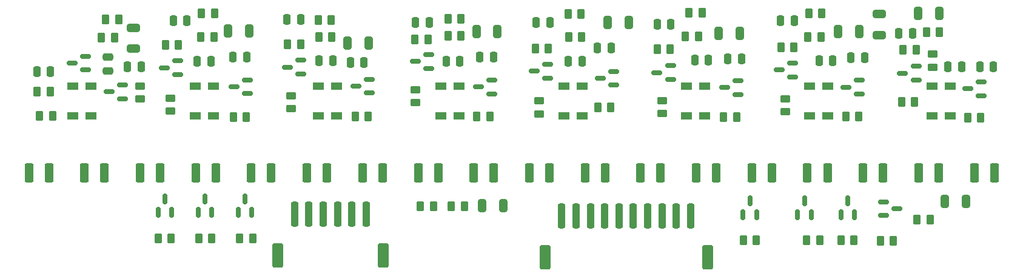
<source format=gbr>
%TF.GenerationSoftware,KiCad,Pcbnew,7.0.7-7.0.7~ubuntu22.04.1*%
%TF.CreationDate,2023-10-01T18:15:33+02:00*%
%TF.ProjectId,linesensor_v3,6c696e65-7365-46e7-936f-725f76332e6b,rev?*%
%TF.SameCoordinates,Original*%
%TF.FileFunction,Paste,Top*%
%TF.FilePolarity,Positive*%
%FSLAX46Y46*%
G04 Gerber Fmt 4.6, Leading zero omitted, Abs format (unit mm)*
G04 Created by KiCad (PCBNEW 7.0.7-7.0.7~ubuntu22.04.1) date 2023-10-01 18:15:33*
%MOMM*%
%LPD*%
G01*
G04 APERTURE LIST*
G04 Aperture macros list*
%AMRoundRect*
0 Rectangle with rounded corners*
0 $1 Rounding radius*
0 $2 $3 $4 $5 $6 $7 $8 $9 X,Y pos of 4 corners*
0 Add a 4 corners polygon primitive as box body*
4,1,4,$2,$3,$4,$5,$6,$7,$8,$9,$2,$3,0*
0 Add four circle primitives for the rounded corners*
1,1,$1+$1,$2,$3*
1,1,$1+$1,$4,$5*
1,1,$1+$1,$6,$7*
1,1,$1+$1,$8,$9*
0 Add four rect primitives between the rounded corners*
20,1,$1+$1,$2,$3,$4,$5,0*
20,1,$1+$1,$4,$5,$6,$7,0*
20,1,$1+$1,$6,$7,$8,$9,0*
20,1,$1+$1,$8,$9,$2,$3,0*%
G04 Aperture macros list end*
%ADD10RoundRect,0.250000X-0.250000X-1.500000X0.250000X-1.500000X0.250000X1.500000X-0.250000X1.500000X0*%
%ADD11RoundRect,0.250000X-0.500000X-1.450000X0.500000X-1.450000X0.500000X1.450000X-0.500000X1.450000X0*%
%ADD12RoundRect,0.250000X-0.262500X-0.450000X0.262500X-0.450000X0.262500X0.450000X-0.262500X0.450000X0*%
%ADD13RoundRect,0.250000X0.250000X0.475000X-0.250000X0.475000X-0.250000X-0.475000X0.250000X-0.475000X0*%
%ADD14RoundRect,0.250000X-0.450000X0.262500X-0.450000X-0.262500X0.450000X-0.262500X0.450000X0.262500X0*%
%ADD15RoundRect,0.250000X0.325000X0.650000X-0.325000X0.650000X-0.325000X-0.650000X0.325000X-0.650000X0*%
%ADD16RoundRect,0.250000X0.262500X0.450000X-0.262500X0.450000X-0.262500X-0.450000X0.262500X-0.450000X0*%
%ADD17RoundRect,0.150000X0.587500X0.150000X-0.587500X0.150000X-0.587500X-0.150000X0.587500X-0.150000X0*%
%ADD18RoundRect,0.250000X-0.375000X-1.075000X0.375000X-1.075000X0.375000X1.075000X-0.375000X1.075000X0*%
%ADD19RoundRect,0.150000X-0.587500X-0.150000X0.587500X-0.150000X0.587500X0.150000X-0.587500X0.150000X0*%
%ADD20RoundRect,0.250000X-0.250000X-0.475000X0.250000X-0.475000X0.250000X0.475000X-0.250000X0.475000X0*%
%ADD21R,1.550000X1.000000*%
%ADD22RoundRect,0.150000X0.150000X-0.587500X0.150000X0.587500X-0.150000X0.587500X-0.150000X-0.587500X0*%
%ADD23RoundRect,0.250000X-0.650000X0.325000X-0.650000X-0.325000X0.650000X-0.325000X0.650000X0.325000X0*%
%ADD24RoundRect,0.250000X0.475000X-0.250000X0.475000X0.250000X-0.475000X0.250000X-0.475000X-0.250000X0*%
%ADD25RoundRect,0.250000X-0.325000X-0.650000X0.325000X-0.650000X0.325000X0.650000X-0.325000X0.650000X0*%
%ADD26RoundRect,0.250000X0.650000X-0.325000X0.650000X0.325000X-0.650000X0.325000X-0.650000X-0.325000X0*%
G04 APERTURE END LIST*
D10*
%TO.C,J2*%
X89707281Y-90788510D03*
X91707281Y-90788510D03*
X93707281Y-90788510D03*
X95707281Y-90788510D03*
X97707281Y-90788510D03*
X99707281Y-90788510D03*
D11*
X102057281Y-96538510D03*
X87357281Y-96538510D03*
%TD*%
D10*
%TO.C,J1*%
X127005243Y-91060321D03*
X129005243Y-91060321D03*
X131005243Y-91060321D03*
X133005243Y-91060321D03*
X135005243Y-91060321D03*
X137005243Y-91060321D03*
X139005243Y-91060321D03*
X141005243Y-91060321D03*
X143005243Y-91060321D03*
X145005243Y-91060321D03*
D11*
X147355243Y-96810321D03*
X124655243Y-96810321D03*
%TD*%
D12*
%TO.C,R9*%
X174649603Y-67841337D03*
X176474603Y-67841337D03*
%TD*%
D13*
%TO.C,C13*%
X133882417Y-67606183D03*
X131982417Y-67606183D03*
%TD*%
D12*
%TO.C,R43*%
X171499162Y-94515734D03*
X173324162Y-94515734D03*
%TD*%
D14*
%TO.C,R19*%
X123834920Y-74973574D03*
X123834920Y-76798574D03*
%TD*%
D15*
%TO.C,C21*%
X100025895Y-66876457D03*
X97075895Y-66876457D03*
%TD*%
D16*
%TO.C,R40*%
X55567211Y-73722326D03*
X53742211Y-73722326D03*
%TD*%
D17*
%TO.C,Q16*%
X60508425Y-70645044D03*
X60508425Y-68745044D03*
X58633425Y-69695044D03*
%TD*%
D13*
%TO.C,C16*%
X129842041Y-69466039D03*
X127942041Y-69466039D03*
%TD*%
%TO.C,C17*%
X112762208Y-69467972D03*
X110862208Y-69467972D03*
%TD*%
%TO.C,C27*%
X78021710Y-69452208D03*
X76121710Y-69452208D03*
%TD*%
D17*
%TO.C,Q10*%
X125010691Y-71796203D03*
X125010691Y-69896203D03*
X123135691Y-70846203D03*
%TD*%
D16*
%TO.C,R29*%
X94916144Y-66040334D03*
X93091144Y-66040334D03*
%TD*%
D18*
%TO.C,D11*%
X169070575Y-85000000D03*
X171870575Y-85000000D03*
%TD*%
%TO.C,D20*%
X99188230Y-85000000D03*
X101988230Y-85000000D03*
%TD*%
D14*
%TO.C,R5*%
X158210187Y-74695664D03*
X158210187Y-76520664D03*
%TD*%
%TO.C,R8*%
X178796868Y-68474767D03*
X178796868Y-70299767D03*
%TD*%
D17*
%TO.C,Q6*%
X142176947Y-71988602D03*
X142176947Y-70088602D03*
X140301947Y-71038602D03*
%TD*%
D12*
%TO.C,R45*%
X165979839Y-94415865D03*
X167804839Y-94415865D03*
%TD*%
D16*
%TO.C,R7*%
X179758862Y-65425662D03*
X177933862Y-65425662D03*
%TD*%
D12*
%TO.C,R18*%
X98170475Y-77148163D03*
X99995475Y-77148163D03*
%TD*%
D15*
%TO.C,C19*%
X136383603Y-64078870D03*
X133433603Y-64078870D03*
%TD*%
D19*
%TO.C,Q17*%
X171928504Y-89082480D03*
X171928504Y-90982480D03*
X173803504Y-90032480D03*
%TD*%
D18*
%TO.C,D25*%
X60364705Y-85000000D03*
X63164705Y-85000000D03*
%TD*%
D13*
%TO.C,C26*%
X68294347Y-70235563D03*
X66394347Y-70235563D03*
%TD*%
D12*
%TO.C,R49*%
X76306003Y-94144054D03*
X78131003Y-94144054D03*
%TD*%
D15*
%TO.C,C20*%
X118036064Y-65320238D03*
X115086064Y-65320238D03*
%TD*%
D20*
%TO.C,C12*%
X140329086Y-64314024D03*
X142229086Y-64314024D03*
%TD*%
D16*
%TO.C,R13*%
X146595382Y-62667945D03*
X144770382Y-62667945D03*
%TD*%
D15*
%TO.C,C9*%
X151839588Y-65575306D03*
X148889588Y-65575306D03*
%TD*%
D18*
%TO.C,D18*%
X114717640Y-85000000D03*
X117517640Y-85000000D03*
%TD*%
D16*
%TO.C,R14*%
X146089058Y-66002859D03*
X144264058Y-66002859D03*
%TD*%
D21*
%TO.C,D3*%
X144439035Y-77100000D03*
X146989535Y-77100000D03*
X144439035Y-72900000D03*
X146989535Y-72900000D03*
%TD*%
D13*
%TO.C,C15*%
X99392876Y-69656952D03*
X97492876Y-69656952D03*
%TD*%
D18*
%TO.C,D23*%
X75894115Y-85000000D03*
X78694115Y-85000000D03*
%TD*%
D17*
%TO.C,Q1*%
X185594962Y-74254633D03*
X185594962Y-72354633D03*
X183719962Y-73304633D03*
%TD*%
D16*
%TO.C,R28*%
X94822709Y-63704343D03*
X92997709Y-63704343D03*
%TD*%
%TO.C,R36*%
X78453869Y-66089013D03*
X76628869Y-66089013D03*
%TD*%
D13*
%TO.C,C5*%
X164837260Y-69380528D03*
X162937260Y-69380528D03*
%TD*%
D17*
%TO.C,Q8*%
X117258116Y-73994642D03*
X117258116Y-72094642D03*
X115383116Y-73044642D03*
%TD*%
D20*
%TO.C,C31*%
X72774811Y-63773119D03*
X74674811Y-63773119D03*
%TD*%
D13*
%TO.C,C4*%
X182834652Y-70249430D03*
X180934652Y-70249430D03*
%TD*%
D12*
%TO.C,R30*%
X88719088Y-67117768D03*
X90544088Y-67117768D03*
%TD*%
D16*
%TO.C,R39*%
X64537967Y-66173880D03*
X62712967Y-66173880D03*
%TD*%
D18*
%TO.C,D26*%
X52600000Y-85000000D03*
X55400000Y-85000000D03*
%TD*%
D21*
%TO.C,D8*%
X58724750Y-77100000D03*
X61275250Y-77100000D03*
X58724750Y-72900000D03*
X61275250Y-72900000D03*
%TD*%
D14*
%TO.C,R6*%
X141065309Y-74930818D03*
X141065309Y-76755818D03*
%TD*%
D13*
%TO.C,C6*%
X147478605Y-69316395D03*
X145578605Y-69316395D03*
%TD*%
D17*
%TO.C,Q12*%
X90540464Y-71223942D03*
X90540464Y-69323942D03*
X88665464Y-70273942D03*
%TD*%
D13*
%TO.C,C14*%
X117450952Y-68836795D03*
X115550952Y-68836795D03*
%TD*%
D16*
%TO.C,R10*%
X163334085Y-62753455D03*
X161509085Y-62753455D03*
%TD*%
D18*
%TO.C,D17*%
X122482345Y-85000000D03*
X125282345Y-85000000D03*
%TD*%
D22*
%TO.C,Q21*%
X81833554Y-90568552D03*
X83733554Y-90568552D03*
X82783554Y-88693552D03*
%TD*%
D21*
%TO.C,D2*%
X161581892Y-77100000D03*
X164132392Y-77100000D03*
X161581892Y-72900000D03*
X164132392Y-72900000D03*
%TD*%
D13*
%TO.C,C32*%
X55596870Y-70921697D03*
X53696870Y-70921697D03*
%TD*%
D15*
%TO.C,C7*%
X179741132Y-62735417D03*
X176791132Y-62735417D03*
%TD*%
D23*
%TO.C,C30*%
X67225601Y-64757847D03*
X67225601Y-67707847D03*
%TD*%
D13*
%TO.C,C3*%
X152096178Y-69123996D03*
X150196178Y-69123996D03*
%TD*%
D17*
%TO.C,Q2*%
X168578349Y-74016868D03*
X168578349Y-72116868D03*
X166703349Y-73066868D03*
%TD*%
D21*
%TO.C,D7*%
X75867607Y-77100000D03*
X78418107Y-77100000D03*
X75867607Y-72900000D03*
X78418107Y-72900000D03*
%TD*%
%TO.C,D4*%
X127296178Y-77100000D03*
X129846678Y-77100000D03*
X127296178Y-72900000D03*
X129846678Y-72900000D03*
%TD*%
D16*
%TO.C,R35*%
X78502882Y-62792846D03*
X76677882Y-62792846D03*
%TD*%
D22*
%TO.C,Q23*%
X70664117Y-90537377D03*
X72564117Y-90537377D03*
X71614117Y-88662377D03*
%TD*%
D17*
%TO.C,Q7*%
X134288593Y-72758197D03*
X134288593Y-70858197D03*
X132413593Y-71808197D03*
%TD*%
D18*
%TO.C,D12*%
X161305870Y-85000000D03*
X164105870Y-85000000D03*
%TD*%
D16*
%TO.C,R4*%
X176288943Y-75159234D03*
X174463943Y-75159234D03*
%TD*%
D24*
%TO.C,C28*%
X63658781Y-70778032D03*
X63658781Y-68878032D03*
%TD*%
D14*
%TO.C,R20*%
X106582456Y-73394496D03*
X106582456Y-75219496D03*
%TD*%
D12*
%TO.C,R2*%
X166675738Y-77161994D03*
X168500738Y-77161994D03*
%TD*%
D17*
%TO.C,Q9*%
X100134755Y-73866220D03*
X100134755Y-71966220D03*
X98259755Y-72916220D03*
%TD*%
D18*
%TO.C,D21*%
X91423525Y-85000000D03*
X94223525Y-85000000D03*
%TD*%
%TO.C,D24*%
X68129410Y-85000000D03*
X70929410Y-85000000D03*
%TD*%
D22*
%TO.C,Q19*%
X159949839Y-90840363D03*
X161849839Y-90840363D03*
X160899839Y-88965363D03*
%TD*%
D18*
%TO.C,D13*%
X153541165Y-85000000D03*
X156341165Y-85000000D03*
%TD*%
D12*
%TO.C,R27*%
X106481137Y-66379947D03*
X108306137Y-66379947D03*
%TD*%
D16*
%TO.C,R22*%
X129713775Y-62817588D03*
X127888775Y-62817588D03*
%TD*%
D18*
%TO.C,D15*%
X138011755Y-85000000D03*
X140811755Y-85000000D03*
%TD*%
D22*
%TO.C,Q18*%
X165979839Y-90840363D03*
X167879839Y-90840363D03*
X166929839Y-88965363D03*
%TD*%
%TO.C,Q22*%
X76243017Y-90529087D03*
X78143017Y-90529087D03*
X77193017Y-88654087D03*
%TD*%
D21*
%TO.C,D1*%
X178724750Y-77100000D03*
X181275250Y-77100000D03*
X178724750Y-72900000D03*
X181275250Y-72900000D03*
%TD*%
D16*
%TO.C,R47*%
X154185946Y-94415865D03*
X152360946Y-94415865D03*
%TD*%
D17*
%TO.C,Q15*%
X73366816Y-71300069D03*
X73366816Y-69400069D03*
X71491816Y-70350069D03*
%TD*%
%TO.C,Q13*%
X83126694Y-73967168D03*
X83126694Y-72067168D03*
X81251694Y-73017168D03*
%TD*%
D18*
%TO.C,D9*%
X184600000Y-85000000D03*
X187400000Y-85000000D03*
%TD*%
D12*
%TO.C,R24*%
X123307218Y-67691693D03*
X125132218Y-67691693D03*
%TD*%
D17*
%TO.C,Q3*%
X151647248Y-74083612D03*
X151647248Y-72183612D03*
X149772248Y-73133612D03*
%TD*%
D12*
%TO.C,R15*%
X140323830Y-67734449D03*
X142148830Y-67734449D03*
%TD*%
%TO.C,R31*%
X81151399Y-77250776D03*
X82976399Y-77250776D03*
%TD*%
D17*
%TO.C,Q4*%
X176463587Y-72062118D03*
X176463587Y-70162118D03*
X174588587Y-71112118D03*
%TD*%
%TO.C,Q14*%
X65681344Y-74670192D03*
X65681344Y-72770192D03*
X63806344Y-73720192D03*
%TD*%
D12*
%TO.C,R42*%
X111598599Y-89725306D03*
X113423599Y-89725306D03*
%TD*%
%TO.C,R44*%
X176623161Y-91583291D03*
X178448161Y-91583291D03*
%TD*%
D13*
%TO.C,C18*%
X95030604Y-69375248D03*
X93130604Y-69375248D03*
%TD*%
D14*
%TO.C,R21*%
X89206499Y-74245729D03*
X89206499Y-76070729D03*
%TD*%
D15*
%TO.C,C29*%
X83357573Y-65219432D03*
X80407573Y-65219432D03*
%TD*%
D18*
%TO.C,D22*%
X83658820Y-85000000D03*
X86458820Y-85000000D03*
%TD*%
%TO.C,D16*%
X130247050Y-85000000D03*
X133047050Y-85000000D03*
%TD*%
D16*
%TO.C,R26*%
X112935089Y-65897409D03*
X111110089Y-65897409D03*
%TD*%
D13*
%TO.C,C25*%
X83024081Y-68862185D03*
X81124081Y-68862185D03*
%TD*%
D12*
%TO.C,R37*%
X71681750Y-67194728D03*
X73506750Y-67194728D03*
%TD*%
D20*
%TO.C,C24*%
X88642129Y-63654588D03*
X90542129Y-63654588D03*
%TD*%
D12*
%TO.C,R1*%
X183677712Y-77311637D03*
X185502712Y-77311637D03*
%TD*%
D16*
%TO.C,R23*%
X129799286Y-66066992D03*
X127974286Y-66066992D03*
%TD*%
D20*
%TO.C,C23*%
X106596508Y-64041111D03*
X108496508Y-64041111D03*
%TD*%
D25*
%TO.C,C33*%
X180496731Y-88989207D03*
X183446731Y-88989207D03*
%TD*%
D12*
%TO.C,R16*%
X132036040Y-75857957D03*
X133861040Y-75857957D03*
%TD*%
%TO.C,R17*%
X115137611Y-77162321D03*
X116962611Y-77162321D03*
%TD*%
D20*
%TO.C,C22*%
X123440739Y-64036115D03*
X125340739Y-64036115D03*
%TD*%
D13*
%TO.C,C1*%
X187290587Y-70253368D03*
X185390587Y-70253368D03*
%TD*%
D12*
%TO.C,R12*%
X157596974Y-67477917D03*
X159421974Y-67477917D03*
%TD*%
D21*
%TO.C,D5*%
X110153321Y-77100000D03*
X112703821Y-77100000D03*
X110153321Y-72900000D03*
X112703821Y-72900000D03*
%TD*%
D22*
%TO.C,Q20*%
X152329839Y-90840363D03*
X154229839Y-90840363D03*
X153279839Y-88965363D03*
%TD*%
D18*
%TO.C,D19*%
X106952935Y-85000000D03*
X109752935Y-85000000D03*
%TD*%
D20*
%TO.C,C10*%
X174063023Y-65532550D03*
X175963023Y-65532550D03*
%TD*%
D16*
%TO.C,R38*%
X65167914Y-63595312D03*
X63342914Y-63595312D03*
%TD*%
D12*
%TO.C,R50*%
X70643444Y-94144054D03*
X72468444Y-94144054D03*
%TD*%
%TO.C,R46*%
X161189428Y-94459341D03*
X163014428Y-94459341D03*
%TD*%
D17*
%TO.C,Q11*%
X108427400Y-70448028D03*
X108427400Y-68548028D03*
X106552400Y-69498028D03*
%TD*%
%TO.C,Q5*%
X159214937Y-71625182D03*
X159214937Y-69725182D03*
X157339937Y-70675182D03*
%TD*%
D16*
%TO.C,R11*%
X163205819Y-66088369D03*
X161380819Y-66088369D03*
%TD*%
D14*
%TO.C,R33*%
X72403663Y-74593859D03*
X72403663Y-76418859D03*
%TD*%
D18*
%TO.C,D10*%
X176835280Y-85000000D03*
X179635280Y-85000000D03*
%TD*%
D21*
%TO.C,D6*%
X93010464Y-77100000D03*
X95560964Y-77100000D03*
X93010464Y-72900000D03*
X95560964Y-72900000D03*
%TD*%
D13*
%TO.C,C2*%
X169302578Y-68952975D03*
X167402578Y-68952975D03*
%TD*%
D14*
%TO.C,R32*%
X68118617Y-72907209D03*
X68118617Y-74732209D03*
%TD*%
D15*
%TO.C,C8*%
X168535536Y-65340151D03*
X165585536Y-65340151D03*
%TD*%
D26*
%TO.C,C35*%
X171353241Y-65833444D03*
X171353241Y-62883444D03*
%TD*%
D16*
%TO.C,R25*%
X112935089Y-63567276D03*
X111110089Y-63567276D03*
%TD*%
D12*
%TO.C,R34*%
X54102883Y-77112648D03*
X55927883Y-77112648D03*
%TD*%
D20*
%TO.C,C11*%
X157580852Y-63779583D03*
X159480852Y-63779583D03*
%TD*%
D12*
%TO.C,R41*%
X107262326Y-89725306D03*
X109087326Y-89725306D03*
%TD*%
%TO.C,R3*%
X149594993Y-77226127D03*
X151419993Y-77226127D03*
%TD*%
D25*
%TO.C,C34*%
X115901113Y-89579993D03*
X118851113Y-89579993D03*
%TD*%
D12*
%TO.C,R48*%
X82035459Y-94144054D03*
X83860459Y-94144054D03*
%TD*%
D18*
%TO.C,D14*%
X145776460Y-85000000D03*
X148576460Y-85000000D03*
%TD*%
M02*

</source>
